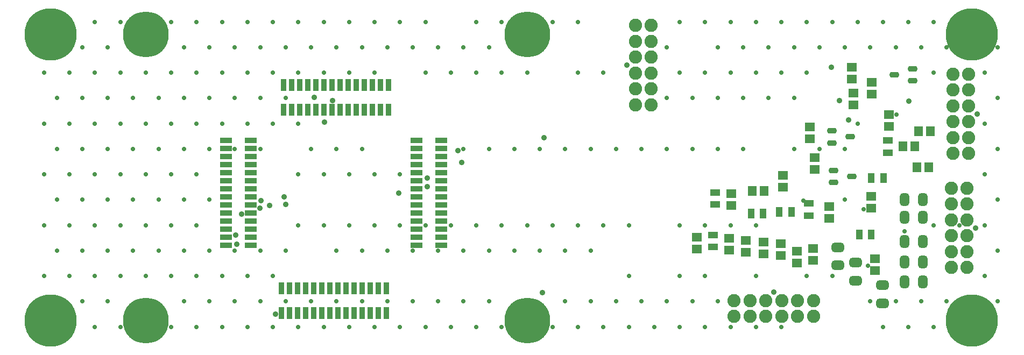
<source format=gts>
G04*
G04 #@! TF.GenerationSoftware,Altium Limited,Altium Designer,24.3.1 (35)*
G04*
G04 Layer_Color=8388736*
%FSLAX44Y44*%
%MOMM*%
G71*
G04*
G04 #@! TF.SameCoordinates,C3A98564-D86C-46C7-A890-955D0AD343B8*
G04*
G04*
G04 #@! TF.FilePolarity,Negative*
G04*
G01*
G75*
%ADD23R,0.9432X1.9032*%
%ADD24R,1.9032X0.9432*%
G04:AMPARAMS|DCode=25|XSize=0.8532mm|YSize=1.4532mm|CornerRadius=0.2641mm|HoleSize=0mm|Usage=FLASHONLY|Rotation=90.000|XOffset=0mm|YOffset=0mm|HoleType=Round|Shape=RoundedRectangle|*
%AMROUNDEDRECTD25*
21,1,0.8532,0.9250,0,0,90.0*
21,1,0.3250,1.4532,0,0,90.0*
1,1,0.5282,0.4625,0.1625*
1,1,0.5282,0.4625,-0.1625*
1,1,0.5282,-0.4625,-0.1625*
1,1,0.5282,-0.4625,0.1625*
%
%ADD25ROUNDEDRECTD25*%
%ADD26R,1.1032X1.5032*%
%ADD27R,1.5032X1.1032*%
%ADD28R,1.3532X1.5532*%
%ADD29R,1.5532X1.3532*%
G04:AMPARAMS|DCode=30|XSize=1.9532mm|YSize=1.4532mm|CornerRadius=0.4141mm|HoleSize=0mm|Usage=FLASHONLY|Rotation=180.000|XOffset=0mm|YOffset=0mm|HoleType=Round|Shape=RoundedRectangle|*
%AMROUNDEDRECTD30*
21,1,1.9532,0.6250,0,0,180.0*
21,1,1.1250,1.4532,0,0,180.0*
1,1,0.8282,-0.5625,0.3125*
1,1,0.8282,0.5625,0.3125*
1,1,0.8282,0.5625,-0.3125*
1,1,0.8282,-0.5625,-0.3125*
%
%ADD30ROUNDEDRECTD30*%
G04:AMPARAMS|DCode=31|XSize=1.9532mm|YSize=1.4532mm|CornerRadius=0.4141mm|HoleSize=0mm|Usage=FLASHONLY|Rotation=90.000|XOffset=0mm|YOffset=0mm|HoleType=Round|Shape=RoundedRectangle|*
%AMROUNDEDRECTD31*
21,1,1.9532,0.6250,0,0,90.0*
21,1,1.1250,1.4532,0,0,90.0*
1,1,0.8282,0.3125,0.5625*
1,1,0.8282,0.3125,-0.5625*
1,1,0.8282,-0.3125,-0.5625*
1,1,0.8282,-0.3125,0.5625*
%
%ADD31ROUNDEDRECTD31*%
%ADD32C,7.2032*%
%ADD33C,2.0782*%
%ADD34C,8.2032*%
%ADD35C,0.8782*%
%ADD36C,0.9032*%
%ADD37C,0.7032*%
D23*
X578160Y61770D02*
D03*
X565460D02*
D03*
X552760D02*
D03*
X540060D02*
D03*
X527360D02*
D03*
X514660D02*
D03*
X489260D02*
D03*
X501960D02*
D03*
X476560D02*
D03*
X463860D02*
D03*
X451160D02*
D03*
X438460D02*
D03*
X425760D02*
D03*
X578160Y100770D02*
D03*
X565460D02*
D03*
X552760D02*
D03*
X540060D02*
D03*
X527360D02*
D03*
X514660D02*
D03*
X501960D02*
D03*
X489260D02*
D03*
X476560D02*
D03*
X463860D02*
D03*
X451160D02*
D03*
X425760D02*
D03*
X438460D02*
D03*
X581850Y381770D02*
D03*
X569150D02*
D03*
X556450D02*
D03*
X543750D02*
D03*
X531050D02*
D03*
X518350D02*
D03*
X505650D02*
D03*
X492950D02*
D03*
X480250D02*
D03*
X467550D02*
D03*
X454850D02*
D03*
X442150D02*
D03*
X429450D02*
D03*
X581850Y420770D02*
D03*
X569150D02*
D03*
X556450D02*
D03*
X531050D02*
D03*
X543750D02*
D03*
X518350D02*
D03*
X505650D02*
D03*
X492950D02*
D03*
X467550D02*
D03*
X480250D02*
D03*
X454850D02*
D03*
X442150D02*
D03*
X429450D02*
D03*
X413060Y61770D02*
D03*
Y100770D02*
D03*
X416750Y420770D02*
D03*
Y381770D02*
D03*
D24*
X665110Y244920D02*
D03*
Y232220D02*
D03*
Y219520D02*
D03*
Y181420D02*
D03*
Y194120D02*
D03*
Y206820D02*
D03*
Y333820D02*
D03*
Y321120D02*
D03*
Y308420D02*
D03*
Y295720D02*
D03*
Y283020D02*
D03*
Y270320D02*
D03*
Y257620D02*
D03*
X626110Y333820D02*
D03*
Y321120D02*
D03*
Y308420D02*
D03*
Y295720D02*
D03*
Y283020D02*
D03*
Y270320D02*
D03*
Y257620D02*
D03*
Y244920D02*
D03*
Y232220D02*
D03*
Y219520D02*
D03*
Y206820D02*
D03*
Y194120D02*
D03*
Y181420D02*
D03*
X365110Y333820D02*
D03*
Y321120D02*
D03*
Y308420D02*
D03*
Y295720D02*
D03*
Y283020D02*
D03*
Y270320D02*
D03*
Y257620D02*
D03*
Y244920D02*
D03*
Y232220D02*
D03*
Y219520D02*
D03*
Y206820D02*
D03*
Y194120D02*
D03*
Y181420D02*
D03*
X326110Y333820D02*
D03*
Y321120D02*
D03*
Y308420D02*
D03*
Y295720D02*
D03*
Y283020D02*
D03*
Y270320D02*
D03*
Y257620D02*
D03*
Y244920D02*
D03*
Y232220D02*
D03*
Y219520D02*
D03*
Y206820D02*
D03*
Y194120D02*
D03*
Y181420D02*
D03*
X665110Y168720D02*
D03*
X626110D02*
D03*
X365110D02*
D03*
X326110D02*
D03*
D25*
X1308380Y339090D02*
D03*
X1279880Y329590D02*
D03*
Y348590D02*
D03*
X1377670Y436880D02*
D03*
X1406170Y446380D02*
D03*
Y427380D02*
D03*
X1310920Y276860D02*
D03*
X1282420Y267360D02*
D03*
Y286360D02*
D03*
D26*
X1341780Y274320D02*
D03*
X1322730Y185420D02*
D03*
X1341730D02*
D03*
X1360780Y274320D02*
D03*
X1171550Y218440D02*
D03*
X1152550D02*
D03*
X1197000Y220980D02*
D03*
X1216000D02*
D03*
D27*
X1367790Y333350D02*
D03*
X1096010Y251460D02*
D03*
Y232460D02*
D03*
X1367790Y314350D02*
D03*
X1092200Y184760D02*
D03*
Y165760D02*
D03*
X1243330Y215290D02*
D03*
Y234290D02*
D03*
D28*
X1410060Y323850D02*
D03*
X1413150Y290830D02*
D03*
X1431650D02*
D03*
X1415690Y347980D02*
D03*
X1434190D02*
D03*
X1391560Y323850D02*
D03*
X1154070Y254000D02*
D03*
X1172570D02*
D03*
D29*
X1341120Y226970D02*
D03*
X1347470Y147320D02*
D03*
Y128820D02*
D03*
X1275080Y210460D02*
D03*
Y228960D02*
D03*
X1121410Y230780D02*
D03*
Y249280D02*
D03*
X1066800Y180700D02*
D03*
Y162200D02*
D03*
X1117600Y160930D02*
D03*
Y179430D02*
D03*
X1249680Y144420D02*
D03*
Y162920D02*
D03*
X1172210Y154580D02*
D03*
Y173080D02*
D03*
X1198880Y152040D02*
D03*
Y170540D02*
D03*
X1144270Y157120D02*
D03*
Y175620D02*
D03*
X1341120Y245470D02*
D03*
X1342390Y424900D02*
D03*
Y406400D02*
D03*
X1313180Y389530D02*
D03*
Y408030D02*
D03*
X1369060Y373740D02*
D03*
Y355240D02*
D03*
X1252220Y306430D02*
D03*
Y287930D02*
D03*
X1310640Y430170D02*
D03*
Y448670D02*
D03*
X1244600Y336190D02*
D03*
Y354690D02*
D03*
X1224280Y158750D02*
D03*
Y140250D02*
D03*
X1202690Y278490D02*
D03*
Y259990D02*
D03*
D30*
X1358900Y77190D02*
D03*
Y105690D02*
D03*
X1289050Y165380D02*
D03*
Y136880D02*
D03*
X1316990Y141250D02*
D03*
Y112750D02*
D03*
D31*
X1394180Y173990D02*
D03*
X1422680D02*
D03*
X1394180Y110490D02*
D03*
X1422680D02*
D03*
X1394180Y142240D02*
D03*
X1422680D02*
D03*
X1422680Y240030D02*
D03*
X1394180D02*
D03*
X1422680Y212090D02*
D03*
X1394180D02*
D03*
D32*
X800000Y500000D02*
D03*
Y50000D02*
D03*
X200000Y500000D02*
D03*
Y50000D02*
D03*
D33*
X1175620Y56500D02*
D03*
X970280Y439420D02*
D03*
X1494790Y437820D02*
D03*
X1469790D02*
D03*
Y412820D02*
D03*
Y387820D02*
D03*
Y362820D02*
D03*
Y337820D02*
D03*
Y312820D02*
D03*
X1494790Y412820D02*
D03*
Y387820D02*
D03*
Y362820D02*
D03*
Y337820D02*
D03*
Y312820D02*
D03*
X1467250Y258280D02*
D03*
Y233280D02*
D03*
Y208280D02*
D03*
Y183280D02*
D03*
Y158280D02*
D03*
Y133280D02*
D03*
X1492250Y258280D02*
D03*
Y233280D02*
D03*
Y208280D02*
D03*
Y183280D02*
D03*
Y158280D02*
D03*
Y133280D02*
D03*
X1125620Y56500D02*
D03*
X1150620D02*
D03*
X1200620D02*
D03*
X1225620D02*
D03*
X1250620D02*
D03*
X1125620Y81500D02*
D03*
X1150620D02*
D03*
X1175620D02*
D03*
X1200620D02*
D03*
X1225620D02*
D03*
X1250620D02*
D03*
X995280Y389420D02*
D03*
Y414420D02*
D03*
Y439420D02*
D03*
Y464420D02*
D03*
Y489420D02*
D03*
Y514420D02*
D03*
X970280Y389420D02*
D03*
Y414420D02*
D03*
Y464420D02*
D03*
Y489420D02*
D03*
Y514420D02*
D03*
D34*
X1500000Y500000D02*
D03*
X50000D02*
D03*
X1500000Y50000D02*
D03*
X50000D02*
D03*
D35*
X1508190Y375320D02*
D03*
X1505650Y195780D02*
D03*
X1188120Y94900D02*
D03*
X956880Y451920D02*
D03*
D36*
X403860Y59690D02*
D03*
X1400810Y394970D02*
D03*
X1278890Y448670D02*
D03*
X464820Y401320D02*
D03*
X697230Y298450D02*
D03*
X379730Y226520D02*
D03*
X380892Y238279D02*
D03*
X417700Y244980D02*
D03*
X420370Y232410D02*
D03*
X598170Y250840D02*
D03*
X394934Y230916D02*
D03*
X824436Y93980D02*
D03*
X350520Y217170D02*
D03*
X642620Y274320D02*
D03*
X690880Y317500D02*
D03*
X826770Y337820D02*
D03*
X1291590Y396240D02*
D03*
X1305560Y365760D02*
D03*
X642620Y260350D02*
D03*
X342900Y170180D02*
D03*
X341630Y184150D02*
D03*
X494030Y396240D02*
D03*
X481330Y361950D02*
D03*
X220000Y480000D02*
D03*
X172500Y500000D02*
D03*
X227500D02*
D03*
X180000Y520000D02*
D03*
X220000D02*
D03*
X200000Y527500D02*
D03*
Y472500D02*
D03*
X180000Y480000D02*
D03*
X800000Y472500D02*
D03*
X780000Y480000D02*
D03*
X820000D02*
D03*
X772500Y500000D02*
D03*
X827500D02*
D03*
X780000Y520000D02*
D03*
X820000D02*
D03*
X800000Y527500D02*
D03*
X772500Y50000D02*
D03*
X780000Y30000D02*
D03*
Y70000D02*
D03*
X800000Y77500D02*
D03*
Y22500D02*
D03*
X820000Y30000D02*
D03*
Y70000D02*
D03*
X827500Y50000D02*
D03*
X172500D02*
D03*
X200000Y22500D02*
D03*
X180000Y30000D02*
D03*
X220000D02*
D03*
X227500Y50000D02*
D03*
X180000Y70000D02*
D03*
X220000D02*
D03*
X200000Y77500D02*
D03*
X1480000Y520000D02*
D03*
X1472500Y500000D02*
D03*
X1500000Y472500D02*
D03*
X1480000Y480000D02*
D03*
X1520000D02*
D03*
X1527500Y500000D02*
D03*
X1520000Y520000D02*
D03*
X1500000Y527500D02*
D03*
X30000Y480000D02*
D03*
X22500Y500000D02*
D03*
X77500D02*
D03*
X30000Y520000D02*
D03*
X70000D02*
D03*
X50000Y527500D02*
D03*
Y472500D02*
D03*
X70000Y480000D02*
D03*
X1500000Y22500D02*
D03*
X1480000Y30000D02*
D03*
X1520000D02*
D03*
X1527500Y50000D02*
D03*
X1480000Y70000D02*
D03*
X1520000D02*
D03*
X1500000Y77500D02*
D03*
X1472500Y50000D02*
D03*
X30000Y30000D02*
D03*
X77500Y50000D02*
D03*
X70000Y30000D02*
D03*
X50000Y22500D02*
D03*
X22500Y50000D02*
D03*
X50000Y77500D02*
D03*
X30000Y70000D02*
D03*
X70000D02*
D03*
D37*
X1540000Y480000D02*
D03*
X1520000Y440000D02*
D03*
X1540000Y400000D02*
D03*
X1520000Y360000D02*
D03*
X1540000Y320000D02*
D03*
X1520000Y280000D02*
D03*
X1540000Y240000D02*
D03*
X1520000Y200000D02*
D03*
X1540000Y160000D02*
D03*
X1520000Y120000D02*
D03*
X1540000Y80000D02*
D03*
X1480000Y200000D02*
D03*
X1440000Y520000D02*
D03*
X1460000Y480000D02*
D03*
X1440000Y440000D02*
D03*
Y200000D02*
D03*
X1460000Y80000D02*
D03*
X1440000Y40000D02*
D03*
X1400000Y520000D02*
D03*
X1420000Y480000D02*
D03*
Y80000D02*
D03*
X1400000Y40000D02*
D03*
X1360000Y520000D02*
D03*
X1380000Y480000D02*
D03*
Y80000D02*
D03*
X1360000Y40000D02*
D03*
X1320000Y520000D02*
D03*
X1340000Y480000D02*
D03*
X1320000Y360000D02*
D03*
X1340000Y80000D02*
D03*
X1280000Y520000D02*
D03*
X1300000Y480000D02*
D03*
Y320000D02*
D03*
Y240000D02*
D03*
X1280000Y120000D02*
D03*
X1240000Y520000D02*
D03*
X1260000Y480000D02*
D03*
X1240000Y440000D02*
D03*
X1260000Y320000D02*
D03*
X1240000Y120000D02*
D03*
X1200000Y520000D02*
D03*
X1220000Y480000D02*
D03*
X1200000Y440000D02*
D03*
X1220000Y400000D02*
D03*
Y320000D02*
D03*
X1200000Y40000D02*
D03*
X1160000Y520000D02*
D03*
X1180000Y480000D02*
D03*
X1160000Y440000D02*
D03*
X1180000Y400000D02*
D03*
X1160000Y200000D02*
D03*
Y120000D02*
D03*
Y40000D02*
D03*
X1120000Y520000D02*
D03*
X1140000Y480000D02*
D03*
X1120000Y440000D02*
D03*
X1140000Y400000D02*
D03*
Y320000D02*
D03*
X1120000Y200000D02*
D03*
Y40000D02*
D03*
X1080000Y520000D02*
D03*
X1100000Y480000D02*
D03*
X1080000Y440000D02*
D03*
X1100000Y400000D02*
D03*
Y320000D02*
D03*
X1080000Y200000D02*
D03*
Y120000D02*
D03*
X1100000Y80000D02*
D03*
X1080000Y40000D02*
D03*
X1040000Y520000D02*
D03*
Y440000D02*
D03*
X1060000Y400000D02*
D03*
Y320000D02*
D03*
X1040000Y200000D02*
D03*
Y120000D02*
D03*
X1060000Y80000D02*
D03*
X1040000Y40000D02*
D03*
X1020000Y480000D02*
D03*
Y400000D02*
D03*
Y320000D02*
D03*
Y80000D02*
D03*
X1000000Y40000D02*
D03*
X980000Y320000D02*
D03*
X960000Y200000D02*
D03*
Y120000D02*
D03*
X980000Y80000D02*
D03*
X960000Y40000D02*
D03*
X920000Y440000D02*
D03*
X940000Y320000D02*
D03*
X920000Y200000D02*
D03*
X940000Y80000D02*
D03*
X920000Y40000D02*
D03*
X880000Y520000D02*
D03*
Y440000D02*
D03*
X900000Y320000D02*
D03*
X880000Y200000D02*
D03*
X900000Y160000D02*
D03*
Y80000D02*
D03*
X880000Y40000D02*
D03*
X840000Y520000D02*
D03*
X860000Y320000D02*
D03*
X840000Y200000D02*
D03*
X860000Y160000D02*
D03*
Y80000D02*
D03*
X840000Y40000D02*
D03*
X800000Y440000D02*
D03*
X820000Y320000D02*
D03*
X800000Y200000D02*
D03*
X820000Y160000D02*
D03*
X760000Y520000D02*
D03*
Y440000D02*
D03*
X780000Y320000D02*
D03*
X760000Y200000D02*
D03*
X780000Y160000D02*
D03*
X760000Y40000D02*
D03*
X720000Y520000D02*
D03*
X740000Y480000D02*
D03*
X720000Y440000D02*
D03*
X740000Y320000D02*
D03*
X720000Y200000D02*
D03*
X740000Y160000D02*
D03*
Y80000D02*
D03*
X720000Y40000D02*
D03*
X700000Y480000D02*
D03*
X680000Y440000D02*
D03*
X700000Y320000D02*
D03*
X680000Y200000D02*
D03*
X700000Y160000D02*
D03*
Y80000D02*
D03*
X680000Y40000D02*
D03*
X640000Y520000D02*
D03*
X660000Y480000D02*
D03*
X640000Y440000D02*
D03*
Y200000D02*
D03*
X660000Y160000D02*
D03*
Y80000D02*
D03*
X640000Y40000D02*
D03*
X600000Y520000D02*
D03*
X620000Y480000D02*
D03*
X600000Y280000D02*
D03*
Y200000D02*
D03*
X620000Y160000D02*
D03*
Y80000D02*
D03*
X600000Y40000D02*
D03*
X560000Y520000D02*
D03*
X580000Y480000D02*
D03*
X560000Y440000D02*
D03*
Y280000D02*
D03*
Y200000D02*
D03*
X580000Y160000D02*
D03*
Y80000D02*
D03*
X560000Y40000D02*
D03*
X520000Y520000D02*
D03*
X540000Y480000D02*
D03*
X520000Y440000D02*
D03*
X540000Y320000D02*
D03*
X520000Y280000D02*
D03*
Y200000D02*
D03*
X540000Y160000D02*
D03*
Y80000D02*
D03*
X520000Y40000D02*
D03*
X480000Y520000D02*
D03*
X500000Y480000D02*
D03*
X480000Y440000D02*
D03*
X500000Y320000D02*
D03*
X480000Y280000D02*
D03*
Y200000D02*
D03*
X500000Y160000D02*
D03*
Y80000D02*
D03*
X480000Y40000D02*
D03*
X440000Y520000D02*
D03*
X460000Y480000D02*
D03*
X440000Y440000D02*
D03*
Y360000D02*
D03*
X460000Y320000D02*
D03*
X440000Y280000D02*
D03*
Y200000D02*
D03*
X460000Y80000D02*
D03*
X440000Y40000D02*
D03*
X400000Y520000D02*
D03*
X420000Y480000D02*
D03*
X400000Y440000D02*
D03*
X420000Y400000D02*
D03*
X400000Y360000D02*
D03*
X420000Y160000D02*
D03*
X400000Y120000D02*
D03*
X420000Y80000D02*
D03*
X400000Y40000D02*
D03*
X360000Y520000D02*
D03*
X380000Y480000D02*
D03*
X360000Y440000D02*
D03*
X380000Y400000D02*
D03*
X360000Y360000D02*
D03*
X380000Y320000D02*
D03*
Y160000D02*
D03*
X360000Y120000D02*
D03*
X380000Y80000D02*
D03*
X360000Y40000D02*
D03*
X320000Y520000D02*
D03*
X340000Y480000D02*
D03*
X320000Y440000D02*
D03*
X340000Y400000D02*
D03*
X320000Y360000D02*
D03*
X340000Y320000D02*
D03*
Y160000D02*
D03*
X320000Y120000D02*
D03*
X340000Y80000D02*
D03*
X320000Y40000D02*
D03*
X280000Y520000D02*
D03*
X300000Y480000D02*
D03*
X280000Y440000D02*
D03*
X300000Y400000D02*
D03*
X280000Y360000D02*
D03*
X300000Y320000D02*
D03*
X280000Y280000D02*
D03*
X300000Y240000D02*
D03*
X280000Y200000D02*
D03*
X300000Y160000D02*
D03*
X280000Y120000D02*
D03*
X300000Y80000D02*
D03*
X280000Y40000D02*
D03*
X240000Y520000D02*
D03*
X260000Y480000D02*
D03*
X240000Y440000D02*
D03*
X260000Y400000D02*
D03*
X240000Y360000D02*
D03*
X260000Y320000D02*
D03*
X240000Y280000D02*
D03*
X260000Y240000D02*
D03*
X240000Y200000D02*
D03*
X260000Y160000D02*
D03*
X240000Y120000D02*
D03*
X260000Y80000D02*
D03*
X240000Y40000D02*
D03*
X200000Y440000D02*
D03*
X220000Y400000D02*
D03*
X200000Y360000D02*
D03*
X220000Y320000D02*
D03*
X200000Y280000D02*
D03*
X220000Y240000D02*
D03*
X200000Y200000D02*
D03*
X220000Y160000D02*
D03*
X200000Y120000D02*
D03*
X160000Y520000D02*
D03*
Y440000D02*
D03*
X180000Y400000D02*
D03*
X160000Y360000D02*
D03*
X180000Y320000D02*
D03*
X160000Y280000D02*
D03*
X180000Y240000D02*
D03*
X160000Y200000D02*
D03*
X180000Y160000D02*
D03*
X160000Y120000D02*
D03*
Y40000D02*
D03*
X120000Y520000D02*
D03*
X140000Y480000D02*
D03*
X120000Y440000D02*
D03*
X140000Y400000D02*
D03*
X120000Y360000D02*
D03*
X140000Y320000D02*
D03*
X120000Y280000D02*
D03*
X140000Y240000D02*
D03*
X120000Y200000D02*
D03*
X140000Y160000D02*
D03*
X120000Y120000D02*
D03*
X140000Y80000D02*
D03*
X120000Y40000D02*
D03*
X100000Y480000D02*
D03*
X80000Y440000D02*
D03*
X100000Y400000D02*
D03*
X80000Y360000D02*
D03*
X100000Y320000D02*
D03*
X80000Y280000D02*
D03*
X100000Y240000D02*
D03*
X80000Y200000D02*
D03*
X100000Y160000D02*
D03*
X80000Y120000D02*
D03*
X100000Y80000D02*
D03*
X40000Y440000D02*
D03*
X60000Y400000D02*
D03*
X40000Y360000D02*
D03*
X60000Y320000D02*
D03*
X40000Y280000D02*
D03*
X60000Y240000D02*
D03*
X40000Y200000D02*
D03*
X60000Y160000D02*
D03*
X40000Y120000D02*
D03*
X1329870Y224790D02*
D03*
X1234440Y238410D02*
D03*
X1336040Y135890D02*
D03*
X1394180Y190220D02*
D03*
X1381400Y373740D02*
D03*
M02*

</source>
